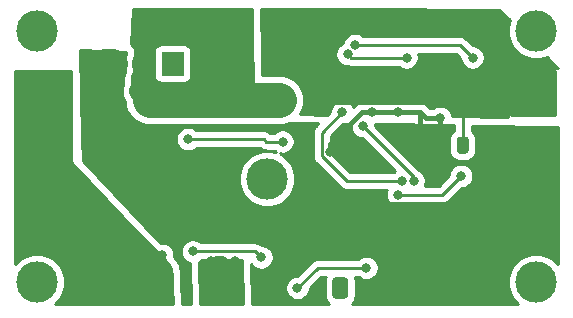
<source format=gbr>
%TF.GenerationSoftware,KiCad,Pcbnew,(5.1.9-0-10_14)*%
%TF.CreationDate,2021-03-17T00:33:25+08:00*%
%TF.ProjectId,xhp70-driver,78687037-302d-4647-9269-7665722e6b69,rev?*%
%TF.SameCoordinates,Original*%
%TF.FileFunction,Copper,L2,Bot*%
%TF.FilePolarity,Positive*%
%FSLAX46Y46*%
G04 Gerber Fmt 4.6, Leading zero omitted, Abs format (unit mm)*
G04 Created by KiCad (PCBNEW (5.1.9-0-10_14)) date 2021-03-17 00:33:25*
%MOMM*%
%LPD*%
G01*
G04 APERTURE LIST*
%TA.AperFunction,ComponentPad*%
%ADD10C,3.500000*%
%TD*%
%TA.AperFunction,ComponentPad*%
%ADD11O,1.905000X2.000000*%
%TD*%
%TA.AperFunction,ComponentPad*%
%ADD12R,1.905000X2.000000*%
%TD*%
%TA.AperFunction,ComponentPad*%
%ADD13O,2.000000X2.000000*%
%TD*%
%TA.AperFunction,ComponentPad*%
%ADD14R,2.000000X2.000000*%
%TD*%
%TA.AperFunction,ViaPad*%
%ADD15C,0.800000*%
%TD*%
%TA.AperFunction,Conductor*%
%ADD16C,2.000000*%
%TD*%
%TA.AperFunction,Conductor*%
%ADD17C,3.000000*%
%TD*%
%TA.AperFunction,Conductor*%
%ADD18C,0.400000*%
%TD*%
%TA.AperFunction,Conductor*%
%ADD19C,2.500000*%
%TD*%
%TA.AperFunction,Conductor*%
%ADD20C,4.000000*%
%TD*%
%TA.AperFunction,Conductor*%
%ADD21C,0.250000*%
%TD*%
%TA.AperFunction,Conductor*%
%ADD22C,0.254000*%
%TD*%
%TA.AperFunction,Conductor*%
%ADD23C,0.100000*%
%TD*%
G04 APERTURE END LIST*
%TO.P,C7,2*%
%TO.N,GND*%
%TA.AperFunction,SMDPad,CuDef*%
G36*
G01*
X149150000Y-62425000D02*
X149150000Y-63375000D01*
G75*
G02*
X148900000Y-63625000I-250000J0D01*
G01*
X148400000Y-63625000D01*
G75*
G02*
X148150000Y-63375000I0J250000D01*
G01*
X148150000Y-62425000D01*
G75*
G02*
X148400000Y-62175000I250000J0D01*
G01*
X148900000Y-62175000D01*
G75*
G02*
X149150000Y-62425000I0J-250000D01*
G01*
G37*
%TD.AperFunction*%
%TO.P,C7,1*%
%TO.N,Batt+*%
%TA.AperFunction,SMDPad,CuDef*%
G36*
G01*
X151050000Y-62425000D02*
X151050000Y-63375000D01*
G75*
G02*
X150800000Y-63625000I-250000J0D01*
G01*
X150300000Y-63625000D01*
G75*
G02*
X150050000Y-63375000I0J250000D01*
G01*
X150050000Y-62425000D01*
G75*
G02*
X150300000Y-62175000I250000J0D01*
G01*
X150800000Y-62175000D01*
G75*
G02*
X151050000Y-62425000I0J-250000D01*
G01*
G37*
%TD.AperFunction*%
%TD*%
D10*
%TO.P,H3,1*%
%TO.N,N/C*%
X156750000Y-74500000D03*
%TD*%
D11*
%TO.P,Q1,3*%
%TO.N,GND*%
X120920000Y-56000000D03*
%TO.P,Q1,2*%
%TO.N,Net-(D1-Pad2)*%
X123460000Y-56000000D03*
D12*
%TO.P,Q1,1*%
%TO.N,Net-(Q1-Pad1)*%
X126000000Y-56000000D03*
%TD*%
D13*
%TO.P,D1,2*%
%TO.N,Net-(D1-Pad2)*%
X135000000Y-59080000D03*
D14*
%TO.P,D1,1*%
%TO.N,Batt+*%
X135000000Y-54000000D03*
%TD*%
%TO.P,R2,2*%
%TO.N,Net-(C3-Pad2)*%
%TA.AperFunction,SMDPad,CuDef*%
G36*
G01*
X124687500Y-72574999D02*
X124687500Y-75425001D01*
G75*
G02*
X124437501Y-75675000I-249999J0D01*
G01*
X123712499Y-75675000D01*
G75*
G02*
X123462500Y-75425001I0J249999D01*
G01*
X123462500Y-72574999D01*
G75*
G02*
X123712499Y-72325000I249999J0D01*
G01*
X124437501Y-72325000D01*
G75*
G02*
X124687500Y-72574999I0J-249999D01*
G01*
G37*
%TD.AperFunction*%
%TO.P,R2,1*%
%TO.N,Batt+*%
%TA.AperFunction,SMDPad,CuDef*%
G36*
G01*
X130612500Y-72574999D02*
X130612500Y-75425001D01*
G75*
G02*
X130362501Y-75675000I-249999J0D01*
G01*
X129637499Y-75675000D01*
G75*
G02*
X129387500Y-75425001I0J249999D01*
G01*
X129387500Y-72574999D01*
G75*
G02*
X129637499Y-72325000I249999J0D01*
G01*
X130362501Y-72325000D01*
G75*
G02*
X130612500Y-72574999I0J-249999D01*
G01*
G37*
%TD.AperFunction*%
%TD*%
%TO.P,C1,2*%
%TO.N,GND*%
%TA.AperFunction,SMDPad,CuDef*%
G36*
G01*
X142650000Y-75650003D02*
X142650000Y-74349997D01*
G75*
G02*
X142899997Y-74100000I249997J0D01*
G01*
X143725003Y-74100000D01*
G75*
G02*
X143975000Y-74349997I0J-249997D01*
G01*
X143975000Y-75650003D01*
G75*
G02*
X143725003Y-75900000I-249997J0D01*
G01*
X142899997Y-75900000D01*
G75*
G02*
X142650000Y-75650003I0J249997D01*
G01*
G37*
%TD.AperFunction*%
%TO.P,C1,1*%
%TO.N,Batt+*%
%TA.AperFunction,SMDPad,CuDef*%
G36*
G01*
X139525000Y-75650003D02*
X139525000Y-74349997D01*
G75*
G02*
X139774997Y-74100000I249997J0D01*
G01*
X140600003Y-74100000D01*
G75*
G02*
X140850000Y-74349997I0J-249997D01*
G01*
X140850000Y-75650003D01*
G75*
G02*
X140600003Y-75900000I-249997J0D01*
G01*
X139774997Y-75900000D01*
G75*
G02*
X139525000Y-75650003I0J249997D01*
G01*
G37*
%TD.AperFunction*%
%TD*%
D10*
%TO.P,H1,1*%
%TO.N,N/C*%
X114500000Y-53250000D03*
%TD*%
%TO.P,H5,1*%
%TO.N,N/C*%
X134000000Y-65750000D03*
%TD*%
%TO.P,H4,1*%
%TO.N,N/C*%
X156750000Y-53250000D03*
%TD*%
%TO.P,H2,1*%
%TO.N,N/C*%
X114500000Y-74500000D03*
%TD*%
D15*
%TO.N,GND*%
X137000000Y-72700000D03*
X158000000Y-63500000D03*
X157000000Y-63500000D03*
X156000000Y-63500000D03*
X155000000Y-63500000D03*
X155000000Y-64500000D03*
X156000000Y-64500000D03*
X157000000Y-64500000D03*
X158000000Y-64500000D03*
X156000000Y-66500000D03*
X157000000Y-66500000D03*
X158000000Y-66500000D03*
X155000000Y-66500000D03*
X155000000Y-65500000D03*
X156000000Y-65500000D03*
X158000000Y-65500000D03*
X157000000Y-65500000D03*
X147750000Y-72425000D03*
X140900000Y-68000000D03*
X141700000Y-68000000D03*
X142500000Y-68000000D03*
X143300000Y-68000000D03*
X140900000Y-68800000D03*
X141700000Y-68800000D03*
X142500000Y-68800000D03*
X143300000Y-68800000D03*
X143300000Y-69600000D03*
X142500000Y-69600000D03*
X141700000Y-69600000D03*
X140900000Y-69600000D03*
X140900000Y-70400000D03*
X141700000Y-70400000D03*
X142500000Y-70400000D03*
X143300000Y-70400000D03*
X139350000Y-63500000D03*
X142838803Y-60100000D03*
X146375000Y-63500000D03*
X151000000Y-70500000D03*
X143312500Y-75000000D03*
X148650000Y-60600000D03*
X145050001Y-60100000D03*
%TO.N,Net-(C3-Pad2)*%
X122700000Y-72200000D03*
X123500000Y-72200000D03*
X124300000Y-72200000D03*
X125100000Y-72200000D03*
X124700000Y-72900000D03*
X123900000Y-72900000D03*
X123100000Y-72900000D03*
X125100000Y-73600000D03*
X122700000Y-73600000D03*
X124300000Y-73600000D03*
X123500000Y-73600000D03*
X123900000Y-74300000D03*
X123100000Y-74300000D03*
X124700000Y-74300000D03*
X125100000Y-75000000D03*
X123900000Y-75700000D03*
X123100000Y-75700000D03*
X124700000Y-75700000D03*
X123500000Y-75000000D03*
X124300000Y-75000000D03*
X122700000Y-75000000D03*
X113000000Y-57300000D03*
X142400000Y-73300000D03*
X136562500Y-75000000D03*
X136562500Y-75000000D03*
X113800000Y-57300000D03*
X114600000Y-57300000D03*
X115400000Y-57300000D03*
X116200000Y-57300000D03*
X116600000Y-58000000D03*
X115000000Y-58000000D03*
X114200000Y-58000000D03*
X115800000Y-58000000D03*
X113400000Y-58000000D03*
X117000000Y-57300000D03*
X116200000Y-58700000D03*
X116600000Y-59400000D03*
X114200000Y-59400000D03*
X114600000Y-58700000D03*
X115000000Y-59400000D03*
X113400000Y-59400000D03*
X115800000Y-59400000D03*
X117000000Y-58700000D03*
X113800000Y-58700000D03*
X115400000Y-58700000D03*
X113000000Y-58700000D03*
X115800000Y-60800000D03*
X113000000Y-60100000D03*
X115400000Y-60100000D03*
X114200000Y-60800000D03*
X116600000Y-60800000D03*
X115000000Y-60800000D03*
X113800000Y-60100000D03*
X117000000Y-60100000D03*
X116200000Y-60100000D03*
X114600000Y-60100000D03*
X113400000Y-60800000D03*
X120300000Y-72200000D03*
X121100000Y-72200000D03*
X121900000Y-72200000D03*
X122300000Y-72900000D03*
X121500000Y-72900000D03*
X120700000Y-72900000D03*
X120300000Y-73600000D03*
X121900000Y-73600000D03*
X121100000Y-73600000D03*
X119500000Y-72200000D03*
X118300000Y-72900000D03*
X118700000Y-73600000D03*
X117900000Y-73600000D03*
X118700000Y-72200000D03*
X119100000Y-72900000D03*
X117900000Y-72200000D03*
X119500000Y-73600000D03*
X119900000Y-72900000D03*
X121500000Y-74300000D03*
X120700000Y-74300000D03*
X122300000Y-74300000D03*
X121500000Y-75700000D03*
X120700000Y-75700000D03*
X122300000Y-75700000D03*
X121100000Y-75000000D03*
X121900000Y-75000000D03*
X120300000Y-75000000D03*
X118300000Y-75700000D03*
X119500000Y-75000000D03*
X119100000Y-74300000D03*
X117900000Y-75000000D03*
X118300000Y-74300000D03*
X119100000Y-75700000D03*
X118700000Y-75000000D03*
X119900000Y-75700000D03*
X119900000Y-74300000D03*
%TO.N,Net-(D1-Pad2)*%
X123450000Y-57950000D03*
X124300000Y-57950000D03*
X125150000Y-57950000D03*
X126000000Y-57950000D03*
X124700000Y-58650000D03*
X123850000Y-58650000D03*
X126400000Y-58650000D03*
X125550000Y-58650000D03*
X124300000Y-59350000D03*
X126000000Y-59350000D03*
X125150000Y-59350000D03*
X125550000Y-60050000D03*
X126400000Y-60050000D03*
X126800000Y-59350000D03*
X127200000Y-60050000D03*
X127200000Y-58650000D03*
X126800000Y-57950000D03*
X124700000Y-60100000D03*
X122950000Y-58650000D03*
X123800000Y-60100000D03*
X123400000Y-59350000D03*
%TO.N,Net-(Q1-Pad1)*%
X127300000Y-62400000D03*
X135300000Y-62600000D03*
%TO.N,Batt+*%
X158000000Y-59000000D03*
X158000000Y-60000000D03*
X157000000Y-60000000D03*
X157000000Y-59000000D03*
X156000000Y-59000000D03*
X156000000Y-60000000D03*
X155000000Y-60000000D03*
X155000000Y-59000000D03*
X155000000Y-58000000D03*
X156000000Y-58000000D03*
X157000000Y-58000000D03*
X158000000Y-58000000D03*
X158000000Y-57000000D03*
X157000000Y-57000000D03*
X156000000Y-57000000D03*
X155000000Y-57000000D03*
X129250000Y-72750000D03*
X130250000Y-72750000D03*
X131250000Y-72750000D03*
X130750000Y-73500000D03*
X129750000Y-73500000D03*
X128750000Y-73500000D03*
X131250000Y-74250000D03*
X129250000Y-74250000D03*
X130250000Y-74250000D03*
X129250000Y-75750000D03*
X130250000Y-75750000D03*
X131250000Y-75750000D03*
X130750000Y-75000000D03*
X128750000Y-75000000D03*
X129750000Y-75000000D03*
X144000000Y-58000000D03*
X140193750Y-74993750D03*
X146000000Y-58000000D03*
%TO.N,PWM*%
X142100000Y-61300000D03*
X146387347Y-65912653D03*
%TO.N,Net-(C3-Pad1)*%
X133500000Y-72400000D03*
X127700000Y-71900000D03*
%TO.N,+5V*%
X145800000Y-55500000D03*
X140800000Y-55200000D03*
X145068094Y-67100001D03*
X150425000Y-65500000D03*
%TO.N,NTC*%
X145388060Y-65950451D03*
X140365000Y-60100000D03*
%TO.N,EC_B*%
X141440186Y-54431777D03*
X151400000Y-55500000D03*
%TD*%
D16*
%TO.N,GND*%
X129662002Y-69200001D02*
X120147489Y-59685488D01*
D17*
X155000000Y-64500000D02*
X150299999Y-69200001D01*
D18*
X137000000Y-69700002D02*
X137500001Y-69200001D01*
X137000000Y-72700000D02*
X137000000Y-69700002D01*
D16*
X137500001Y-69200001D02*
X129662002Y-69200001D01*
D18*
X145175000Y-75000000D02*
X147750000Y-72425000D01*
X143312500Y-75000000D02*
X143312500Y-75000000D01*
X147750000Y-70550000D02*
X149099999Y-69200001D01*
X147750000Y-72425000D02*
X147750000Y-70550000D01*
D17*
X150299999Y-69200001D02*
X149099999Y-69200001D01*
X149099999Y-69200001D02*
X145300001Y-69200001D01*
X145300001Y-69200001D02*
X137500001Y-69200001D01*
D18*
X139350000Y-62775000D02*
X142025000Y-60100000D01*
X142025000Y-60100000D02*
X142838803Y-60100000D01*
X139350000Y-63500000D02*
X139350000Y-62775000D01*
X142838803Y-60100000D02*
X146950000Y-60100000D01*
X146950000Y-62925000D02*
X146375000Y-63500000D01*
X146950000Y-60100000D02*
X146950000Y-62925000D01*
D19*
X120920000Y-56000000D02*
X120250000Y-56000000D01*
X120147489Y-56102511D02*
X120147489Y-59685488D01*
X120250000Y-56000000D02*
X120147489Y-56102511D01*
D18*
X143312500Y-75000000D02*
X145175000Y-75000000D01*
X147450000Y-60600000D02*
X146950000Y-60100000D01*
X148650000Y-60600000D02*
X147450000Y-60600000D01*
X148650000Y-62900000D02*
X148650000Y-60600000D01*
X146950000Y-60100000D02*
X145050001Y-60100000D01*
D20*
%TO.N,Net-(C3-Pad2)*%
X115000000Y-64925000D02*
X115000000Y-59000000D01*
X124075000Y-74000000D02*
X115000000Y-64925000D01*
D21*
X138262500Y-73300000D02*
X136562500Y-75000000D01*
X142400000Y-73300000D02*
X138262500Y-73300000D01*
D16*
%TO.N,Net-(D1-Pad2)*%
X123450000Y-57260608D02*
X123450000Y-57381824D01*
X123450000Y-58360001D02*
X123450000Y-57950000D01*
X124067498Y-59080000D02*
X123347499Y-58360001D01*
D17*
X135000000Y-59080000D02*
X124067498Y-59080000D01*
D16*
X123450000Y-57950000D02*
X123450000Y-57250000D01*
D21*
%TO.N,Net-(Q1-Pad1)*%
X133921002Y-62600000D02*
X135300000Y-62600000D01*
X133721002Y-62400000D02*
X133921002Y-62600000D01*
X127300000Y-62400000D02*
X133721002Y-62400000D01*
D17*
%TO.N,Batt+*%
X139000000Y-58000000D02*
X135000000Y-54000000D01*
X144000000Y-58000000D02*
X139000000Y-58000000D01*
D21*
X150550000Y-59850000D02*
X152400000Y-58000000D01*
D17*
X152400000Y-58000000D02*
X146000000Y-58000000D01*
X155000000Y-58000000D02*
X152400000Y-58000000D01*
D21*
X150550000Y-62900000D02*
X150550000Y-60250000D01*
X150550000Y-60250000D02*
X150550000Y-59850000D01*
X150550000Y-60600000D02*
X150550000Y-60250000D01*
D17*
X146000000Y-58000000D02*
X144000000Y-58000000D01*
D21*
%TO.N,PWM*%
X146387347Y-65587347D02*
X146387347Y-65912653D01*
X142100000Y-61300000D02*
X146387347Y-65587347D01*
%TO.N,Net-(C3-Pad1)*%
X133000000Y-71900000D02*
X127700000Y-71900000D01*
X133500000Y-72400000D02*
X133000000Y-71900000D01*
%TO.N,+5V*%
X141100000Y-55500000D02*
X140800000Y-55200000D01*
X145800000Y-55500000D02*
X141100000Y-55500000D01*
X148824999Y-67100001D02*
X150425000Y-65500000D01*
X145068094Y-67100001D02*
X148824999Y-67100001D01*
%TO.N,NTC*%
X138624999Y-63848001D02*
X138624999Y-61840001D01*
X140727449Y-65950451D02*
X138624999Y-63848001D01*
X138624999Y-61840001D02*
X140365000Y-60100000D01*
X145388060Y-65950451D02*
X140727449Y-65950451D01*
%TO.N,EC_B*%
X141440186Y-54431777D02*
X150331777Y-54431777D01*
X150331777Y-54431777D02*
X151400000Y-55500000D01*
%TD*%
D22*
%TO.N,Batt+*%
X158373000Y-60373000D02*
X154627000Y-60373000D01*
X154627000Y-56627000D01*
X158373000Y-56627000D01*
X158373000Y-60373000D01*
%TA.AperFunction,Conductor*%
D23*
G36*
X158373000Y-60373000D02*
G01*
X154627000Y-60373000D01*
X154627000Y-56627000D01*
X158373000Y-56627000D01*
X158373000Y-60373000D01*
G37*
%TD.AperFunction*%
%TD*%
D22*
%TO.N,Net-(D1-Pad2)*%
X132810897Y-60219754D02*
X124412133Y-60094221D01*
X122999118Y-58519718D01*
X122840163Y-55000000D01*
X124409428Y-55000000D01*
X124409428Y-57000000D01*
X124421688Y-57124482D01*
X124457998Y-57244180D01*
X124516963Y-57354494D01*
X124596315Y-57451185D01*
X124693006Y-57530537D01*
X124803320Y-57589502D01*
X124923018Y-57625812D01*
X125047500Y-57638072D01*
X126952500Y-57638072D01*
X127076982Y-57625812D01*
X127196680Y-57589502D01*
X127306994Y-57530537D01*
X127403685Y-57451185D01*
X127483037Y-57354494D01*
X127542002Y-57244180D01*
X127578312Y-57124482D01*
X127590572Y-57000000D01*
X127590572Y-55000000D01*
X127578312Y-54875518D01*
X127542002Y-54755820D01*
X127483037Y-54645506D01*
X127403685Y-54548815D01*
X127306994Y-54469463D01*
X127196680Y-54410498D01*
X127076982Y-54374188D01*
X126952500Y-54361928D01*
X125047500Y-54361928D01*
X124923018Y-54374188D01*
X124803320Y-54410498D01*
X124693006Y-54469463D01*
X124596315Y-54548815D01*
X124516963Y-54645506D01*
X124457998Y-54755820D01*
X124421688Y-54875518D01*
X124409428Y-55000000D01*
X122840163Y-55000000D01*
X122834353Y-54871352D01*
X122827986Y-54805881D01*
X122797558Y-54685176D01*
X122744166Y-54572726D01*
X122669862Y-54472853D01*
X122577501Y-54389395D01*
X122474969Y-54328148D01*
X122641193Y-51410000D01*
X132716675Y-51410000D01*
X132810897Y-60219754D01*
%TA.AperFunction,Conductor*%
D23*
G36*
X132810897Y-60219754D02*
G01*
X124412133Y-60094221D01*
X122999118Y-58519718D01*
X122840163Y-55000000D01*
X124409428Y-55000000D01*
X124409428Y-57000000D01*
X124421688Y-57124482D01*
X124457998Y-57244180D01*
X124516963Y-57354494D01*
X124596315Y-57451185D01*
X124693006Y-57530537D01*
X124803320Y-57589502D01*
X124923018Y-57625812D01*
X125047500Y-57638072D01*
X126952500Y-57638072D01*
X127076982Y-57625812D01*
X127196680Y-57589502D01*
X127306994Y-57530537D01*
X127403685Y-57451185D01*
X127483037Y-57354494D01*
X127542002Y-57244180D01*
X127578312Y-57124482D01*
X127590572Y-57000000D01*
X127590572Y-55000000D01*
X127578312Y-54875518D01*
X127542002Y-54755820D01*
X127483037Y-54645506D01*
X127403685Y-54548815D01*
X127306994Y-54469463D01*
X127196680Y-54410498D01*
X127076982Y-54374188D01*
X126952500Y-54361928D01*
X125047500Y-54361928D01*
X124923018Y-54374188D01*
X124803320Y-54410498D01*
X124693006Y-54469463D01*
X124596315Y-54548815D01*
X124516963Y-54645506D01*
X124457998Y-54755820D01*
X124421688Y-54875518D01*
X124409428Y-55000000D01*
X122840163Y-55000000D01*
X122834353Y-54871352D01*
X122827986Y-54805881D01*
X122797558Y-54685176D01*
X122744166Y-54572726D01*
X122669862Y-54472853D01*
X122577501Y-54389395D01*
X122474969Y-54328148D01*
X122641193Y-51410000D01*
X132716675Y-51410000D01*
X132810897Y-60219754D01*
G37*
%TD.AperFunction*%
%TD*%
D22*
%TO.N,GND*%
X122078351Y-55021351D02*
X122084530Y-55158172D01*
X121986245Y-55342051D01*
X121895470Y-55641296D01*
X121872500Y-55874514D01*
X121872500Y-56125485D01*
X121895470Y-56358703D01*
X121959564Y-56569993D01*
X121932148Y-56621285D01*
X121838657Y-56929484D01*
X121815000Y-57169678D01*
X121815000Y-57779572D01*
X121736157Y-58039485D01*
X121704588Y-58360001D01*
X121736157Y-58680517D01*
X121829647Y-58988715D01*
X121932046Y-59180289D01*
X121963390Y-59498533D01*
X122085472Y-59900982D01*
X122283721Y-60271881D01*
X122550521Y-60596977D01*
X122875617Y-60863777D01*
X123246516Y-61062026D01*
X123648965Y-61184108D01*
X123962616Y-61215000D01*
X135104882Y-61215000D01*
X135418533Y-61184108D01*
X135820982Y-61062026D01*
X135885039Y-61027787D01*
X138325929Y-61064270D01*
X138113997Y-61276202D01*
X138084999Y-61300000D01*
X138061201Y-61328998D01*
X138061200Y-61328999D01*
X137990025Y-61415725D01*
X137919453Y-61547755D01*
X137904800Y-61596063D01*
X137875997Y-61691015D01*
X137865651Y-61796063D01*
X137861323Y-61840001D01*
X137865000Y-61877333D01*
X137864999Y-63810678D01*
X137861323Y-63848001D01*
X137864999Y-63885323D01*
X137864999Y-63885333D01*
X137875996Y-63996986D01*
X137911311Y-64113405D01*
X137919453Y-64140247D01*
X137990025Y-64272277D01*
X138029870Y-64320827D01*
X138084998Y-64388002D01*
X138114002Y-64411805D01*
X140163650Y-66461454D01*
X140187448Y-66490452D01*
X140303173Y-66585425D01*
X140435202Y-66655997D01*
X140578463Y-66699454D01*
X140690116Y-66710451D01*
X140690125Y-66710451D01*
X140727448Y-66714127D01*
X140764771Y-66710451D01*
X144109175Y-66710451D01*
X144072868Y-66798103D01*
X144033094Y-66998062D01*
X144033094Y-67201940D01*
X144072868Y-67401899D01*
X144150889Y-67590257D01*
X144264157Y-67759775D01*
X144408320Y-67903938D01*
X144577838Y-68017206D01*
X144766196Y-68095227D01*
X144966155Y-68135001D01*
X145170033Y-68135001D01*
X145369992Y-68095227D01*
X145558350Y-68017206D01*
X145727868Y-67903938D01*
X145771805Y-67860001D01*
X148787677Y-67860001D01*
X148824999Y-67863677D01*
X148862321Y-67860001D01*
X148862332Y-67860001D01*
X148973985Y-67849004D01*
X149117246Y-67805547D01*
X149249275Y-67734975D01*
X149365000Y-67640002D01*
X149388803Y-67610998D01*
X150464802Y-66535000D01*
X150526939Y-66535000D01*
X150726898Y-66495226D01*
X150915256Y-66417205D01*
X151084774Y-66303937D01*
X151228937Y-66159774D01*
X151342205Y-65990256D01*
X151420226Y-65801898D01*
X151460000Y-65601939D01*
X151460000Y-65398061D01*
X151420226Y-65198102D01*
X151342205Y-65009744D01*
X151228937Y-64840226D01*
X151084774Y-64696063D01*
X150915256Y-64582795D01*
X150726898Y-64504774D01*
X150526939Y-64465000D01*
X150323061Y-64465000D01*
X150123102Y-64504774D01*
X149934744Y-64582795D01*
X149765226Y-64696063D01*
X149621063Y-64840226D01*
X149507795Y-65009744D01*
X149429774Y-65198102D01*
X149390000Y-65398061D01*
X149390000Y-65460198D01*
X148510198Y-66340001D01*
X147330610Y-66340001D01*
X147382573Y-66214551D01*
X147422347Y-66014592D01*
X147422347Y-65810714D01*
X147382573Y-65610755D01*
X147304552Y-65422397D01*
X147191284Y-65252879D01*
X147047121Y-65108716D01*
X146877603Y-64995448D01*
X146865051Y-64990249D01*
X143135000Y-61260199D01*
X143135000Y-61198061D01*
X143122648Y-61135965D01*
X149790000Y-61235619D01*
X149790000Y-61700229D01*
X149672038Y-61797038D01*
X149561595Y-61931614D01*
X149479528Y-62085150D01*
X149428992Y-62251746D01*
X149411928Y-62425000D01*
X149411928Y-63375000D01*
X149428992Y-63548254D01*
X149479528Y-63714850D01*
X149561595Y-63868386D01*
X149672038Y-64002962D01*
X149806614Y-64113405D01*
X149960150Y-64195472D01*
X150126746Y-64246008D01*
X150300000Y-64263072D01*
X150800000Y-64263072D01*
X150973254Y-64246008D01*
X151139850Y-64195472D01*
X151293386Y-64113405D01*
X151427962Y-64002962D01*
X151538405Y-63868386D01*
X151620472Y-63714850D01*
X151671008Y-63548254D01*
X151688072Y-63375000D01*
X151688072Y-62425000D01*
X151671008Y-62251746D01*
X151620472Y-62085150D01*
X151538405Y-61931614D01*
X151427962Y-61797038D01*
X151310000Y-61700230D01*
X151310000Y-61258338D01*
X158594764Y-61367221D01*
X158601576Y-72978677D01*
X158270349Y-72647450D01*
X157879721Y-72386440D01*
X157445679Y-72206654D01*
X156984902Y-72115000D01*
X156515098Y-72115000D01*
X156054321Y-72206654D01*
X155620279Y-72386440D01*
X155229651Y-72647450D01*
X154897450Y-72979651D01*
X154636440Y-73370279D01*
X154456654Y-73804321D01*
X154365000Y-74265098D01*
X154365000Y-74734902D01*
X154456654Y-75195679D01*
X154636440Y-75629721D01*
X154897450Y-76020349D01*
X155217100Y-76339999D01*
X141152370Y-76340000D01*
X141227963Y-76277963D01*
X141338405Y-76143388D01*
X141420472Y-75989852D01*
X141471008Y-75823257D01*
X141488072Y-75650003D01*
X141488072Y-74349997D01*
X141471008Y-74176743D01*
X141435594Y-74060000D01*
X141696289Y-74060000D01*
X141740226Y-74103937D01*
X141909744Y-74217205D01*
X142098102Y-74295226D01*
X142298061Y-74335000D01*
X142501939Y-74335000D01*
X142701898Y-74295226D01*
X142890256Y-74217205D01*
X143059774Y-74103937D01*
X143203937Y-73959774D01*
X143317205Y-73790256D01*
X143395226Y-73601898D01*
X143435000Y-73401939D01*
X143435000Y-73198061D01*
X143395226Y-72998102D01*
X143317205Y-72809744D01*
X143203937Y-72640226D01*
X143059774Y-72496063D01*
X142890256Y-72382795D01*
X142701898Y-72304774D01*
X142501939Y-72265000D01*
X142298061Y-72265000D01*
X142098102Y-72304774D01*
X141909744Y-72382795D01*
X141740226Y-72496063D01*
X141696289Y-72540000D01*
X138299822Y-72540000D01*
X138262499Y-72536324D01*
X138225176Y-72540000D01*
X138225167Y-72540000D01*
X138113514Y-72550997D01*
X137970253Y-72594454D01*
X137838223Y-72665026D01*
X137754583Y-72733668D01*
X137722499Y-72759999D01*
X137698701Y-72788997D01*
X136522699Y-73965000D01*
X136460561Y-73965000D01*
X136260602Y-74004774D01*
X136072244Y-74082795D01*
X135902726Y-74196063D01*
X135758563Y-74340226D01*
X135645295Y-74509744D01*
X135567274Y-74698102D01*
X135527500Y-74898061D01*
X135527500Y-75101939D01*
X135567274Y-75301898D01*
X135645295Y-75490256D01*
X135758563Y-75659774D01*
X135902726Y-75803937D01*
X136072244Y-75917205D01*
X136260602Y-75995226D01*
X136460561Y-76035000D01*
X136664439Y-76035000D01*
X136864398Y-75995226D01*
X137052756Y-75917205D01*
X137222274Y-75803937D01*
X137366437Y-75659774D01*
X137479705Y-75490256D01*
X137557726Y-75301898D01*
X137597500Y-75101939D01*
X137597500Y-75039801D01*
X138577302Y-74060000D01*
X138939406Y-74060000D01*
X138903992Y-74176743D01*
X138886928Y-74349997D01*
X138886928Y-75650003D01*
X138903992Y-75823257D01*
X138954528Y-75989852D01*
X139036595Y-76143388D01*
X139147037Y-76277963D01*
X139222630Y-76340000D01*
X132715541Y-76340000D01*
X132647102Y-72986498D01*
X132696063Y-73059774D01*
X132840226Y-73203937D01*
X133009744Y-73317205D01*
X133198102Y-73395226D01*
X133398061Y-73435000D01*
X133601939Y-73435000D01*
X133801898Y-73395226D01*
X133990256Y-73317205D01*
X134159774Y-73203937D01*
X134303937Y-73059774D01*
X134417205Y-72890256D01*
X134495226Y-72701898D01*
X134535000Y-72501939D01*
X134535000Y-72298061D01*
X134495226Y-72098102D01*
X134417205Y-71909744D01*
X134303937Y-71740226D01*
X134159774Y-71596063D01*
X133990256Y-71482795D01*
X133801898Y-71404774D01*
X133601939Y-71365000D01*
X133544105Y-71365000D01*
X133540001Y-71359999D01*
X133424276Y-71265026D01*
X133292247Y-71194454D01*
X133148986Y-71150997D01*
X133037333Y-71140000D01*
X133037322Y-71140000D01*
X133000000Y-71136324D01*
X132962678Y-71140000D01*
X128403711Y-71140000D01*
X128359774Y-71096063D01*
X128190256Y-70982795D01*
X128001898Y-70904774D01*
X127801939Y-70865000D01*
X127598061Y-70865000D01*
X127398102Y-70904774D01*
X127209744Y-70982795D01*
X127040226Y-71096063D01*
X126896063Y-71240226D01*
X126782795Y-71409744D01*
X126704774Y-71598102D01*
X126665000Y-71798061D01*
X126665000Y-72001939D01*
X126704774Y-72201898D01*
X126782795Y-72390256D01*
X126896063Y-72559774D01*
X127040226Y-72703937D01*
X127209744Y-72817205D01*
X127398102Y-72895226D01*
X127474012Y-72910325D01*
X127535256Y-76340000D01*
X126807646Y-76340000D01*
X126693911Y-74292786D01*
X126722748Y-73999999D01*
X126671873Y-73483449D01*
X126643808Y-73390932D01*
X126634022Y-73214777D01*
X126626083Y-73143955D01*
X126593364Y-73023850D01*
X126537843Y-72912436D01*
X126461653Y-72813994D01*
X126386103Y-72734000D01*
X126276522Y-72528989D01*
X126126258Y-72345891D01*
X126135000Y-72301939D01*
X126135000Y-72098061D01*
X126095226Y-71898102D01*
X126017205Y-71709744D01*
X125903937Y-71540226D01*
X125759774Y-71396063D01*
X125590256Y-71282795D01*
X125401898Y-71204774D01*
X125201939Y-71165000D01*
X124998061Y-71165000D01*
X124971697Y-71170244D01*
X123847158Y-70045706D01*
X118476636Y-64359270D01*
X118375990Y-64209739D01*
X118325947Y-62298061D01*
X126265000Y-62298061D01*
X126265000Y-62501939D01*
X126304774Y-62701898D01*
X126382795Y-62890256D01*
X126496063Y-63059774D01*
X126640226Y-63203937D01*
X126809744Y-63317205D01*
X126998102Y-63395226D01*
X127198061Y-63435000D01*
X127401939Y-63435000D01*
X127601898Y-63395226D01*
X127790256Y-63317205D01*
X127959774Y-63203937D01*
X128003711Y-63160000D01*
X133405370Y-63160000D01*
X133496726Y-63234974D01*
X133628755Y-63305546D01*
X133772016Y-63349003D01*
X133883669Y-63360000D01*
X133883677Y-63360000D01*
X133921002Y-63363676D01*
X133958327Y-63360000D01*
X134596289Y-63360000D01*
X134640226Y-63403937D01*
X134757359Y-63482203D01*
X134695679Y-63456654D01*
X134234902Y-63365000D01*
X133765098Y-63365000D01*
X133304321Y-63456654D01*
X132870279Y-63636440D01*
X132479651Y-63897450D01*
X132147450Y-64229651D01*
X131886440Y-64620279D01*
X131706654Y-65054321D01*
X131615000Y-65515098D01*
X131615000Y-65984902D01*
X131706654Y-66445679D01*
X131886440Y-66879721D01*
X132147450Y-67270349D01*
X132479651Y-67602550D01*
X132870279Y-67863560D01*
X133304321Y-68043346D01*
X133765098Y-68135000D01*
X134234902Y-68135000D01*
X134695679Y-68043346D01*
X135129721Y-67863560D01*
X135520349Y-67602550D01*
X135852550Y-67270349D01*
X136113560Y-66879721D01*
X136293346Y-66445679D01*
X136385000Y-65984902D01*
X136385000Y-65515098D01*
X136293346Y-65054321D01*
X136113560Y-64620279D01*
X135852550Y-64229651D01*
X135520349Y-63897450D01*
X135129721Y-63636440D01*
X135059896Y-63607517D01*
X135198061Y-63635000D01*
X135401939Y-63635000D01*
X135601898Y-63595226D01*
X135790256Y-63517205D01*
X135959774Y-63403937D01*
X136103937Y-63259774D01*
X136217205Y-63090256D01*
X136295226Y-62901898D01*
X136335000Y-62701939D01*
X136335000Y-62498061D01*
X136295226Y-62298102D01*
X136217205Y-62109744D01*
X136103937Y-61940226D01*
X135959774Y-61796063D01*
X135790256Y-61682795D01*
X135601898Y-61604774D01*
X135401939Y-61565000D01*
X135198061Y-61565000D01*
X134998102Y-61604774D01*
X134809744Y-61682795D01*
X134640226Y-61796063D01*
X134596289Y-61840000D01*
X134236634Y-61840000D01*
X134145278Y-61765026D01*
X134013249Y-61694454D01*
X133869988Y-61650997D01*
X133758335Y-61640000D01*
X133758324Y-61640000D01*
X133721002Y-61636324D01*
X133683680Y-61640000D01*
X128003711Y-61640000D01*
X127959774Y-61596063D01*
X127790256Y-61482795D01*
X127601898Y-61404774D01*
X127401939Y-61365000D01*
X127198061Y-61365000D01*
X126998102Y-61404774D01*
X126809744Y-61482795D01*
X126640226Y-61596063D01*
X126496063Y-61740226D01*
X126382795Y-61909744D01*
X126304774Y-62098102D01*
X126265000Y-62298061D01*
X118325947Y-62298061D01*
X118130535Y-54833360D01*
X122078351Y-55021351D01*
%TA.AperFunction,Conductor*%
D23*
G36*
X122078351Y-55021351D02*
G01*
X122084530Y-55158172D01*
X121986245Y-55342051D01*
X121895470Y-55641296D01*
X121872500Y-55874514D01*
X121872500Y-56125485D01*
X121895470Y-56358703D01*
X121959564Y-56569993D01*
X121932148Y-56621285D01*
X121838657Y-56929484D01*
X121815000Y-57169678D01*
X121815000Y-57779572D01*
X121736157Y-58039485D01*
X121704588Y-58360001D01*
X121736157Y-58680517D01*
X121829647Y-58988715D01*
X121932046Y-59180289D01*
X121963390Y-59498533D01*
X122085472Y-59900982D01*
X122283721Y-60271881D01*
X122550521Y-60596977D01*
X122875617Y-60863777D01*
X123246516Y-61062026D01*
X123648965Y-61184108D01*
X123962616Y-61215000D01*
X135104882Y-61215000D01*
X135418533Y-61184108D01*
X135820982Y-61062026D01*
X135885039Y-61027787D01*
X138325929Y-61064270D01*
X138113997Y-61276202D01*
X138084999Y-61300000D01*
X138061201Y-61328998D01*
X138061200Y-61328999D01*
X137990025Y-61415725D01*
X137919453Y-61547755D01*
X137904800Y-61596063D01*
X137875997Y-61691015D01*
X137865651Y-61796063D01*
X137861323Y-61840001D01*
X137865000Y-61877333D01*
X137864999Y-63810678D01*
X137861323Y-63848001D01*
X137864999Y-63885323D01*
X137864999Y-63885333D01*
X137875996Y-63996986D01*
X137911311Y-64113405D01*
X137919453Y-64140247D01*
X137990025Y-64272277D01*
X138029870Y-64320827D01*
X138084998Y-64388002D01*
X138114002Y-64411805D01*
X140163650Y-66461454D01*
X140187448Y-66490452D01*
X140303173Y-66585425D01*
X140435202Y-66655997D01*
X140578463Y-66699454D01*
X140690116Y-66710451D01*
X140690125Y-66710451D01*
X140727448Y-66714127D01*
X140764771Y-66710451D01*
X144109175Y-66710451D01*
X144072868Y-66798103D01*
X144033094Y-66998062D01*
X144033094Y-67201940D01*
X144072868Y-67401899D01*
X144150889Y-67590257D01*
X144264157Y-67759775D01*
X144408320Y-67903938D01*
X144577838Y-68017206D01*
X144766196Y-68095227D01*
X144966155Y-68135001D01*
X145170033Y-68135001D01*
X145369992Y-68095227D01*
X145558350Y-68017206D01*
X145727868Y-67903938D01*
X145771805Y-67860001D01*
X148787677Y-67860001D01*
X148824999Y-67863677D01*
X148862321Y-67860001D01*
X148862332Y-67860001D01*
X148973985Y-67849004D01*
X149117246Y-67805547D01*
X149249275Y-67734975D01*
X149365000Y-67640002D01*
X149388803Y-67610998D01*
X150464802Y-66535000D01*
X150526939Y-66535000D01*
X150726898Y-66495226D01*
X150915256Y-66417205D01*
X151084774Y-66303937D01*
X151228937Y-66159774D01*
X151342205Y-65990256D01*
X151420226Y-65801898D01*
X151460000Y-65601939D01*
X151460000Y-65398061D01*
X151420226Y-65198102D01*
X151342205Y-65009744D01*
X151228937Y-64840226D01*
X151084774Y-64696063D01*
X150915256Y-64582795D01*
X150726898Y-64504774D01*
X150526939Y-64465000D01*
X150323061Y-64465000D01*
X150123102Y-64504774D01*
X149934744Y-64582795D01*
X149765226Y-64696063D01*
X149621063Y-64840226D01*
X149507795Y-65009744D01*
X149429774Y-65198102D01*
X149390000Y-65398061D01*
X149390000Y-65460198D01*
X148510198Y-66340001D01*
X147330610Y-66340001D01*
X147382573Y-66214551D01*
X147422347Y-66014592D01*
X147422347Y-65810714D01*
X147382573Y-65610755D01*
X147304552Y-65422397D01*
X147191284Y-65252879D01*
X147047121Y-65108716D01*
X146877603Y-64995448D01*
X146865051Y-64990249D01*
X143135000Y-61260199D01*
X143135000Y-61198061D01*
X143122648Y-61135965D01*
X149790000Y-61235619D01*
X149790000Y-61700229D01*
X149672038Y-61797038D01*
X149561595Y-61931614D01*
X149479528Y-62085150D01*
X149428992Y-62251746D01*
X149411928Y-62425000D01*
X149411928Y-63375000D01*
X149428992Y-63548254D01*
X149479528Y-63714850D01*
X149561595Y-63868386D01*
X149672038Y-64002962D01*
X149806614Y-64113405D01*
X149960150Y-64195472D01*
X150126746Y-64246008D01*
X150300000Y-64263072D01*
X150800000Y-64263072D01*
X150973254Y-64246008D01*
X151139850Y-64195472D01*
X151293386Y-64113405D01*
X151427962Y-64002962D01*
X151538405Y-63868386D01*
X151620472Y-63714850D01*
X151671008Y-63548254D01*
X151688072Y-63375000D01*
X151688072Y-62425000D01*
X151671008Y-62251746D01*
X151620472Y-62085150D01*
X151538405Y-61931614D01*
X151427962Y-61797038D01*
X151310000Y-61700230D01*
X151310000Y-61258338D01*
X158594764Y-61367221D01*
X158601576Y-72978677D01*
X158270349Y-72647450D01*
X157879721Y-72386440D01*
X157445679Y-72206654D01*
X156984902Y-72115000D01*
X156515098Y-72115000D01*
X156054321Y-72206654D01*
X155620279Y-72386440D01*
X155229651Y-72647450D01*
X154897450Y-72979651D01*
X154636440Y-73370279D01*
X154456654Y-73804321D01*
X154365000Y-74265098D01*
X154365000Y-74734902D01*
X154456654Y-75195679D01*
X154636440Y-75629721D01*
X154897450Y-76020349D01*
X155217100Y-76339999D01*
X141152370Y-76340000D01*
X141227963Y-76277963D01*
X141338405Y-76143388D01*
X141420472Y-75989852D01*
X141471008Y-75823257D01*
X141488072Y-75650003D01*
X141488072Y-74349997D01*
X141471008Y-74176743D01*
X141435594Y-74060000D01*
X141696289Y-74060000D01*
X141740226Y-74103937D01*
X141909744Y-74217205D01*
X142098102Y-74295226D01*
X142298061Y-74335000D01*
X142501939Y-74335000D01*
X142701898Y-74295226D01*
X142890256Y-74217205D01*
X143059774Y-74103937D01*
X143203937Y-73959774D01*
X143317205Y-73790256D01*
X143395226Y-73601898D01*
X143435000Y-73401939D01*
X143435000Y-73198061D01*
X143395226Y-72998102D01*
X143317205Y-72809744D01*
X143203937Y-72640226D01*
X143059774Y-72496063D01*
X142890256Y-72382795D01*
X142701898Y-72304774D01*
X142501939Y-72265000D01*
X142298061Y-72265000D01*
X142098102Y-72304774D01*
X141909744Y-72382795D01*
X141740226Y-72496063D01*
X141696289Y-72540000D01*
X138299822Y-72540000D01*
X138262499Y-72536324D01*
X138225176Y-72540000D01*
X138225167Y-72540000D01*
X138113514Y-72550997D01*
X137970253Y-72594454D01*
X137838223Y-72665026D01*
X137754583Y-72733668D01*
X137722499Y-72759999D01*
X137698701Y-72788997D01*
X136522699Y-73965000D01*
X136460561Y-73965000D01*
X136260602Y-74004774D01*
X136072244Y-74082795D01*
X135902726Y-74196063D01*
X135758563Y-74340226D01*
X135645295Y-74509744D01*
X135567274Y-74698102D01*
X135527500Y-74898061D01*
X135527500Y-75101939D01*
X135567274Y-75301898D01*
X135645295Y-75490256D01*
X135758563Y-75659774D01*
X135902726Y-75803937D01*
X136072244Y-75917205D01*
X136260602Y-75995226D01*
X136460561Y-76035000D01*
X136664439Y-76035000D01*
X136864398Y-75995226D01*
X137052756Y-75917205D01*
X137222274Y-75803937D01*
X137366437Y-75659774D01*
X137479705Y-75490256D01*
X137557726Y-75301898D01*
X137597500Y-75101939D01*
X137597500Y-75039801D01*
X138577302Y-74060000D01*
X138939406Y-74060000D01*
X138903992Y-74176743D01*
X138886928Y-74349997D01*
X138886928Y-75650003D01*
X138903992Y-75823257D01*
X138954528Y-75989852D01*
X139036595Y-76143388D01*
X139147037Y-76277963D01*
X139222630Y-76340000D01*
X132715541Y-76340000D01*
X132647102Y-72986498D01*
X132696063Y-73059774D01*
X132840226Y-73203937D01*
X133009744Y-73317205D01*
X133198102Y-73395226D01*
X133398061Y-73435000D01*
X133601939Y-73435000D01*
X133801898Y-73395226D01*
X133990256Y-73317205D01*
X134159774Y-73203937D01*
X134303937Y-73059774D01*
X134417205Y-72890256D01*
X134495226Y-72701898D01*
X134535000Y-72501939D01*
X134535000Y-72298061D01*
X134495226Y-72098102D01*
X134417205Y-71909744D01*
X134303937Y-71740226D01*
X134159774Y-71596063D01*
X133990256Y-71482795D01*
X133801898Y-71404774D01*
X133601939Y-71365000D01*
X133544105Y-71365000D01*
X133540001Y-71359999D01*
X133424276Y-71265026D01*
X133292247Y-71194454D01*
X133148986Y-71150997D01*
X133037333Y-71140000D01*
X133037322Y-71140000D01*
X133000000Y-71136324D01*
X132962678Y-71140000D01*
X128403711Y-71140000D01*
X128359774Y-71096063D01*
X128190256Y-70982795D01*
X128001898Y-70904774D01*
X127801939Y-70865000D01*
X127598061Y-70865000D01*
X127398102Y-70904774D01*
X127209744Y-70982795D01*
X127040226Y-71096063D01*
X126896063Y-71240226D01*
X126782795Y-71409744D01*
X126704774Y-71598102D01*
X126665000Y-71798061D01*
X126665000Y-72001939D01*
X126704774Y-72201898D01*
X126782795Y-72390256D01*
X126896063Y-72559774D01*
X127040226Y-72703937D01*
X127209744Y-72817205D01*
X127398102Y-72895226D01*
X127474012Y-72910325D01*
X127535256Y-76340000D01*
X126807646Y-76340000D01*
X126693911Y-74292786D01*
X126722748Y-73999999D01*
X126671873Y-73483449D01*
X126643808Y-73390932D01*
X126634022Y-73214777D01*
X126626083Y-73143955D01*
X126593364Y-73023850D01*
X126537843Y-72912436D01*
X126461653Y-72813994D01*
X126386103Y-72734000D01*
X126276522Y-72528989D01*
X126126258Y-72345891D01*
X126135000Y-72301939D01*
X126135000Y-72098061D01*
X126095226Y-71898102D01*
X126017205Y-71709744D01*
X125903937Y-71540226D01*
X125759774Y-71396063D01*
X125590256Y-71282795D01*
X125401898Y-71204774D01*
X125201939Y-71165000D01*
X124998061Y-71165000D01*
X124971697Y-71170244D01*
X123847158Y-70045706D01*
X118476636Y-64359270D01*
X118375990Y-64209739D01*
X118325947Y-62298061D01*
X126265000Y-62298061D01*
X126265000Y-62501939D01*
X126304774Y-62701898D01*
X126382795Y-62890256D01*
X126496063Y-63059774D01*
X126640226Y-63203937D01*
X126809744Y-63317205D01*
X126998102Y-63395226D01*
X127198061Y-63435000D01*
X127401939Y-63435000D01*
X127601898Y-63395226D01*
X127790256Y-63317205D01*
X127959774Y-63203937D01*
X128003711Y-63160000D01*
X133405370Y-63160000D01*
X133496726Y-63234974D01*
X133628755Y-63305546D01*
X133772016Y-63349003D01*
X133883669Y-63360000D01*
X133883677Y-63360000D01*
X133921002Y-63363676D01*
X133958327Y-63360000D01*
X134596289Y-63360000D01*
X134640226Y-63403937D01*
X134757359Y-63482203D01*
X134695679Y-63456654D01*
X134234902Y-63365000D01*
X133765098Y-63365000D01*
X133304321Y-63456654D01*
X132870279Y-63636440D01*
X132479651Y-63897450D01*
X132147450Y-64229651D01*
X131886440Y-64620279D01*
X131706654Y-65054321D01*
X131615000Y-65515098D01*
X131615000Y-65984902D01*
X131706654Y-66445679D01*
X131886440Y-66879721D01*
X132147450Y-67270349D01*
X132479651Y-67602550D01*
X132870279Y-67863560D01*
X133304321Y-68043346D01*
X133765098Y-68135000D01*
X134234902Y-68135000D01*
X134695679Y-68043346D01*
X135129721Y-67863560D01*
X135520349Y-67602550D01*
X135852550Y-67270349D01*
X136113560Y-66879721D01*
X136293346Y-66445679D01*
X136385000Y-65984902D01*
X136385000Y-65515098D01*
X136293346Y-65054321D01*
X136113560Y-64620279D01*
X135852550Y-64229651D01*
X135520349Y-63897450D01*
X135129721Y-63636440D01*
X135059896Y-63607517D01*
X135198061Y-63635000D01*
X135401939Y-63635000D01*
X135601898Y-63595226D01*
X135790256Y-63517205D01*
X135959774Y-63403937D01*
X136103937Y-63259774D01*
X136217205Y-63090256D01*
X136295226Y-62901898D01*
X136335000Y-62701939D01*
X136335000Y-62498061D01*
X136295226Y-62298102D01*
X136217205Y-62109744D01*
X136103937Y-61940226D01*
X135959774Y-61796063D01*
X135790256Y-61682795D01*
X135601898Y-61604774D01*
X135401939Y-61565000D01*
X135198061Y-61565000D01*
X134998102Y-61604774D01*
X134809744Y-61682795D01*
X134640226Y-61796063D01*
X134596289Y-61840000D01*
X134236634Y-61840000D01*
X134145278Y-61765026D01*
X134013249Y-61694454D01*
X133869988Y-61650997D01*
X133758335Y-61640000D01*
X133758324Y-61640000D01*
X133721002Y-61636324D01*
X133683680Y-61640000D01*
X128003711Y-61640000D01*
X127959774Y-61596063D01*
X127790256Y-61482795D01*
X127601898Y-61404774D01*
X127401939Y-61365000D01*
X127198061Y-61365000D01*
X126998102Y-61404774D01*
X126809744Y-61482795D01*
X126640226Y-61596063D01*
X126496063Y-61740226D01*
X126382795Y-61909744D01*
X126304774Y-62098102D01*
X126265000Y-62298061D01*
X118325947Y-62298061D01*
X118130535Y-54833360D01*
X122078351Y-55021351D01*
G37*
%TD.AperFunction*%
D22*
X141083414Y-61105485D02*
X141065000Y-61198061D01*
X141065000Y-61401939D01*
X141104774Y-61601898D01*
X141182795Y-61790256D01*
X141296063Y-61959774D01*
X141440226Y-62103937D01*
X141609744Y-62217205D01*
X141798102Y-62295226D01*
X141998061Y-62335000D01*
X142060199Y-62335000D01*
X144814264Y-65089066D01*
X144728286Y-65146514D01*
X144684349Y-65190451D01*
X141042251Y-65190451D01*
X139384999Y-63533200D01*
X139384999Y-62154802D01*
X140404802Y-61135000D01*
X140466939Y-61135000D01*
X140648036Y-61098978D01*
X141083414Y-61105485D01*
%TA.AperFunction,Conductor*%
D23*
G36*
X141083414Y-61105485D02*
G01*
X141065000Y-61198061D01*
X141065000Y-61401939D01*
X141104774Y-61601898D01*
X141182795Y-61790256D01*
X141296063Y-61959774D01*
X141440226Y-62103937D01*
X141609744Y-62217205D01*
X141798102Y-62295226D01*
X141998061Y-62335000D01*
X142060199Y-62335000D01*
X144814264Y-65089066D01*
X144728286Y-65146514D01*
X144684349Y-65190451D01*
X141042251Y-65190451D01*
X139384999Y-63533200D01*
X139384999Y-62154802D01*
X140404802Y-61135000D01*
X140466939Y-61135000D01*
X140648036Y-61098978D01*
X141083414Y-61105485D01*
G37*
%TD.AperFunction*%
%TD*%
D22*
%TO.N,Net-(C3-Pad2)*%
X117373000Y-64250000D02*
X117375440Y-64274776D01*
X117382667Y-64298601D01*
X117394403Y-64320557D01*
X117407669Y-64337201D01*
X125875773Y-73303429D01*
X126044471Y-76340001D01*
X116032898Y-76340001D01*
X116352550Y-76020349D01*
X116613560Y-75629721D01*
X116793346Y-75195679D01*
X116885000Y-74734902D01*
X116885000Y-74265098D01*
X116793346Y-73804321D01*
X116613560Y-73370279D01*
X116352550Y-72979651D01*
X116020349Y-72647450D01*
X115629721Y-72386440D01*
X115195679Y-72206654D01*
X114734902Y-72115000D01*
X114265098Y-72115000D01*
X113804321Y-72206654D01*
X113370279Y-72386440D01*
X112979651Y-72647450D01*
X112660000Y-72967101D01*
X112660000Y-56627000D01*
X117373000Y-56627000D01*
X117373000Y-64250000D01*
%TA.AperFunction,Conductor*%
D23*
G36*
X117373000Y-64250000D02*
G01*
X117375440Y-64274776D01*
X117382667Y-64298601D01*
X117394403Y-64320557D01*
X117407669Y-64337201D01*
X125875773Y-73303429D01*
X126044471Y-76340001D01*
X116032898Y-76340001D01*
X116352550Y-76020349D01*
X116613560Y-75629721D01*
X116793346Y-75195679D01*
X116885000Y-74734902D01*
X116885000Y-74265098D01*
X116793346Y-73804321D01*
X116613560Y-73370279D01*
X116352550Y-72979651D01*
X116020349Y-72647450D01*
X115629721Y-72386440D01*
X115195679Y-72206654D01*
X114734902Y-72115000D01*
X114265098Y-72115000D01*
X113804321Y-72206654D01*
X113370279Y-72386440D01*
X112979651Y-72647450D01*
X112660000Y-72967101D01*
X112660000Y-56627000D01*
X117373000Y-56627000D01*
X117373000Y-64250000D01*
G37*
%TD.AperFunction*%
%TD*%
D22*
%TO.N,Batt+*%
X153649669Y-51459483D02*
X154540964Y-52350778D01*
X154456654Y-52554321D01*
X154365000Y-53015098D01*
X154365000Y-53484902D01*
X154456654Y-53945679D01*
X154636440Y-54379721D01*
X154897450Y-54770349D01*
X155229651Y-55102550D01*
X155620279Y-55363560D01*
X156054321Y-55543346D01*
X156515098Y-55635000D01*
X156984902Y-55635000D01*
X157445679Y-55543346D01*
X157649222Y-55459036D01*
X158578738Y-56388552D01*
X158579568Y-56401797D01*
X158570557Y-56394403D01*
X158548601Y-56382667D01*
X158524776Y-56375440D01*
X158500000Y-56373000D01*
X154500000Y-56373000D01*
X154475224Y-56375440D01*
X154451399Y-56382667D01*
X154429443Y-56394403D01*
X154410197Y-56410197D01*
X154394403Y-56429443D01*
X154382667Y-56451399D01*
X154375440Y-56475224D01*
X154373000Y-56500000D01*
X154373000Y-60500000D01*
X154375440Y-60524776D01*
X154380710Y-60542150D01*
X149679794Y-60471887D01*
X149645226Y-60298102D01*
X149567205Y-60109744D01*
X149453937Y-59940226D01*
X149309774Y-59796063D01*
X149140256Y-59682795D01*
X148951898Y-59604774D01*
X148751939Y-59565000D01*
X148548061Y-59565000D01*
X148348102Y-59604774D01*
X148159744Y-59682795D01*
X148036715Y-59765000D01*
X147795868Y-59765000D01*
X147569445Y-59538578D01*
X147543291Y-59506709D01*
X147416146Y-59402364D01*
X147271087Y-59324828D01*
X147113689Y-59277082D01*
X146991019Y-59265000D01*
X146991018Y-59265000D01*
X146950000Y-59260960D01*
X146908981Y-59265000D01*
X145663286Y-59265000D01*
X145540257Y-59182795D01*
X145351899Y-59104774D01*
X145151940Y-59065000D01*
X144948062Y-59065000D01*
X144748103Y-59104774D01*
X144559745Y-59182795D01*
X144436716Y-59265000D01*
X143452088Y-59265000D01*
X143329059Y-59182795D01*
X143140701Y-59104774D01*
X142940742Y-59065000D01*
X142736864Y-59065000D01*
X142536905Y-59104774D01*
X142348547Y-59182795D01*
X142225518Y-59265000D01*
X142066007Y-59265000D01*
X142024999Y-59260961D01*
X141983991Y-59265000D01*
X141983981Y-59265000D01*
X141861311Y-59277082D01*
X141703913Y-59324828D01*
X141558854Y-59402364D01*
X141431709Y-59506709D01*
X141405559Y-59538573D01*
X141297489Y-59646643D01*
X141282205Y-59609744D01*
X141168937Y-59440226D01*
X141024774Y-59296063D01*
X140855256Y-59182795D01*
X140666898Y-59104774D01*
X140466939Y-59065000D01*
X140263061Y-59065000D01*
X140063102Y-59104774D01*
X139874744Y-59182795D01*
X139705226Y-59296063D01*
X139561063Y-59440226D01*
X139447795Y-59609744D01*
X139369774Y-59798102D01*
X139330000Y-59998061D01*
X139330000Y-60060198D01*
X139076790Y-60313408D01*
X136777896Y-60279047D01*
X136783777Y-60271881D01*
X136982026Y-59900982D01*
X137104108Y-59498533D01*
X137145330Y-59080000D01*
X137104108Y-58661467D01*
X136982026Y-58259018D01*
X136783777Y-57888119D01*
X136516977Y-57563023D01*
X136191881Y-57296223D01*
X135820982Y-57097974D01*
X135418533Y-56975892D01*
X135104882Y-56945000D01*
X133537916Y-56945000D01*
X133518163Y-55098061D01*
X139765000Y-55098061D01*
X139765000Y-55301939D01*
X139804774Y-55501898D01*
X139882795Y-55690256D01*
X139996063Y-55859774D01*
X140140226Y-56003937D01*
X140309744Y-56117205D01*
X140498102Y-56195226D01*
X140698061Y-56235000D01*
X140901939Y-56235000D01*
X140903698Y-56234650D01*
X140951014Y-56249003D01*
X141062667Y-56260000D01*
X141062676Y-56260000D01*
X141099999Y-56263676D01*
X141137322Y-56260000D01*
X145096289Y-56260000D01*
X145140226Y-56303937D01*
X145309744Y-56417205D01*
X145498102Y-56495226D01*
X145698061Y-56535000D01*
X145901939Y-56535000D01*
X146101898Y-56495226D01*
X146290256Y-56417205D01*
X146459774Y-56303937D01*
X146603937Y-56159774D01*
X146717205Y-55990256D01*
X146795226Y-55801898D01*
X146835000Y-55601939D01*
X146835000Y-55398061D01*
X146795226Y-55198102D01*
X146792606Y-55191777D01*
X150016976Y-55191777D01*
X150365000Y-55539802D01*
X150365000Y-55601939D01*
X150404774Y-55801898D01*
X150482795Y-55990256D01*
X150596063Y-56159774D01*
X150740226Y-56303937D01*
X150909744Y-56417205D01*
X151098102Y-56495226D01*
X151298061Y-56535000D01*
X151501939Y-56535000D01*
X151701898Y-56495226D01*
X151890256Y-56417205D01*
X152059774Y-56303937D01*
X152203937Y-56159774D01*
X152317205Y-55990256D01*
X152395226Y-55801898D01*
X152435000Y-55601939D01*
X152435000Y-55398061D01*
X152395226Y-55198102D01*
X152317205Y-55009744D01*
X152203937Y-54840226D01*
X152059774Y-54696063D01*
X151890256Y-54582795D01*
X151701898Y-54504774D01*
X151501939Y-54465000D01*
X151439802Y-54465000D01*
X150895580Y-53920779D01*
X150871778Y-53891776D01*
X150756053Y-53796803D01*
X150624024Y-53726231D01*
X150480763Y-53682774D01*
X150369110Y-53671777D01*
X150369099Y-53671777D01*
X150331777Y-53668101D01*
X150294455Y-53671777D01*
X142143897Y-53671777D01*
X142099960Y-53627840D01*
X141930442Y-53514572D01*
X141742084Y-53436551D01*
X141542125Y-53396777D01*
X141338247Y-53396777D01*
X141138288Y-53436551D01*
X140949930Y-53514572D01*
X140780412Y-53627840D01*
X140636249Y-53772003D01*
X140522981Y-53941521D01*
X140444960Y-54129879D01*
X140423953Y-54235488D01*
X140309744Y-54282795D01*
X140140226Y-54396063D01*
X139996063Y-54540226D01*
X139882795Y-54709744D01*
X139804774Y-54898102D01*
X139765000Y-55098061D01*
X133518163Y-55098061D01*
X133478718Y-51410000D01*
X141471334Y-51410000D01*
X153649669Y-51459483D01*
%TA.AperFunction,Conductor*%
D23*
G36*
X153649669Y-51459483D02*
G01*
X154540964Y-52350778D01*
X154456654Y-52554321D01*
X154365000Y-53015098D01*
X154365000Y-53484902D01*
X154456654Y-53945679D01*
X154636440Y-54379721D01*
X154897450Y-54770349D01*
X155229651Y-55102550D01*
X155620279Y-55363560D01*
X156054321Y-55543346D01*
X156515098Y-55635000D01*
X156984902Y-55635000D01*
X157445679Y-55543346D01*
X157649222Y-55459036D01*
X158578738Y-56388552D01*
X158579568Y-56401797D01*
X158570557Y-56394403D01*
X158548601Y-56382667D01*
X158524776Y-56375440D01*
X158500000Y-56373000D01*
X154500000Y-56373000D01*
X154475224Y-56375440D01*
X154451399Y-56382667D01*
X154429443Y-56394403D01*
X154410197Y-56410197D01*
X154394403Y-56429443D01*
X154382667Y-56451399D01*
X154375440Y-56475224D01*
X154373000Y-56500000D01*
X154373000Y-60500000D01*
X154375440Y-60524776D01*
X154380710Y-60542150D01*
X149679794Y-60471887D01*
X149645226Y-60298102D01*
X149567205Y-60109744D01*
X149453937Y-59940226D01*
X149309774Y-59796063D01*
X149140256Y-59682795D01*
X148951898Y-59604774D01*
X148751939Y-59565000D01*
X148548061Y-59565000D01*
X148348102Y-59604774D01*
X148159744Y-59682795D01*
X148036715Y-59765000D01*
X147795868Y-59765000D01*
X147569445Y-59538578D01*
X147543291Y-59506709D01*
X147416146Y-59402364D01*
X147271087Y-59324828D01*
X147113689Y-59277082D01*
X146991019Y-59265000D01*
X146991018Y-59265000D01*
X146950000Y-59260960D01*
X146908981Y-59265000D01*
X145663286Y-59265000D01*
X145540257Y-59182795D01*
X145351899Y-59104774D01*
X145151940Y-59065000D01*
X144948062Y-59065000D01*
X144748103Y-59104774D01*
X144559745Y-59182795D01*
X144436716Y-59265000D01*
X143452088Y-59265000D01*
X143329059Y-59182795D01*
X143140701Y-59104774D01*
X142940742Y-59065000D01*
X142736864Y-59065000D01*
X142536905Y-59104774D01*
X142348547Y-59182795D01*
X142225518Y-59265000D01*
X142066007Y-59265000D01*
X142024999Y-59260961D01*
X141983991Y-59265000D01*
X141983981Y-59265000D01*
X141861311Y-59277082D01*
X141703913Y-59324828D01*
X141558854Y-59402364D01*
X141431709Y-59506709D01*
X141405559Y-59538573D01*
X141297489Y-59646643D01*
X141282205Y-59609744D01*
X141168937Y-59440226D01*
X141024774Y-59296063D01*
X140855256Y-59182795D01*
X140666898Y-59104774D01*
X140466939Y-59065000D01*
X140263061Y-59065000D01*
X140063102Y-59104774D01*
X139874744Y-59182795D01*
X139705226Y-59296063D01*
X139561063Y-59440226D01*
X139447795Y-59609744D01*
X139369774Y-59798102D01*
X139330000Y-59998061D01*
X139330000Y-60060198D01*
X139076790Y-60313408D01*
X136777896Y-60279047D01*
X136783777Y-60271881D01*
X136982026Y-59900982D01*
X137104108Y-59498533D01*
X137145330Y-59080000D01*
X137104108Y-58661467D01*
X136982026Y-58259018D01*
X136783777Y-57888119D01*
X136516977Y-57563023D01*
X136191881Y-57296223D01*
X135820982Y-57097974D01*
X135418533Y-56975892D01*
X135104882Y-56945000D01*
X133537916Y-56945000D01*
X133518163Y-55098061D01*
X139765000Y-55098061D01*
X139765000Y-55301939D01*
X139804774Y-55501898D01*
X139882795Y-55690256D01*
X139996063Y-55859774D01*
X140140226Y-56003937D01*
X140309744Y-56117205D01*
X140498102Y-56195226D01*
X140698061Y-56235000D01*
X140901939Y-56235000D01*
X140903698Y-56234650D01*
X140951014Y-56249003D01*
X141062667Y-56260000D01*
X141062676Y-56260000D01*
X141099999Y-56263676D01*
X141137322Y-56260000D01*
X145096289Y-56260000D01*
X145140226Y-56303937D01*
X145309744Y-56417205D01*
X145498102Y-56495226D01*
X145698061Y-56535000D01*
X145901939Y-56535000D01*
X146101898Y-56495226D01*
X146290256Y-56417205D01*
X146459774Y-56303937D01*
X146603937Y-56159774D01*
X146717205Y-55990256D01*
X146795226Y-55801898D01*
X146835000Y-55601939D01*
X146835000Y-55398061D01*
X146795226Y-55198102D01*
X146792606Y-55191777D01*
X150016976Y-55191777D01*
X150365000Y-55539802D01*
X150365000Y-55601939D01*
X150404774Y-55801898D01*
X150482795Y-55990256D01*
X150596063Y-56159774D01*
X150740226Y-56303937D01*
X150909744Y-56417205D01*
X151098102Y-56495226D01*
X151298061Y-56535000D01*
X151501939Y-56535000D01*
X151701898Y-56495226D01*
X151890256Y-56417205D01*
X152059774Y-56303937D01*
X152203937Y-56159774D01*
X152317205Y-55990256D01*
X152395226Y-55801898D01*
X152435000Y-55601939D01*
X152435000Y-55398061D01*
X152395226Y-55198102D01*
X152317205Y-55009744D01*
X152203937Y-54840226D01*
X152059774Y-54696063D01*
X151890256Y-54582795D01*
X151701898Y-54504774D01*
X151501939Y-54465000D01*
X151439802Y-54465000D01*
X150895580Y-53920779D01*
X150871778Y-53891776D01*
X150756053Y-53796803D01*
X150624024Y-53726231D01*
X150480763Y-53682774D01*
X150369110Y-53671777D01*
X150369099Y-53671777D01*
X150331777Y-53668101D01*
X150294455Y-53671777D01*
X142143897Y-53671777D01*
X142099960Y-53627840D01*
X141930442Y-53514572D01*
X141742084Y-53436551D01*
X141542125Y-53396777D01*
X141338247Y-53396777D01*
X141138288Y-53436551D01*
X140949930Y-53514572D01*
X140780412Y-53627840D01*
X140636249Y-53772003D01*
X140522981Y-53941521D01*
X140444960Y-54129879D01*
X140423953Y-54235488D01*
X140309744Y-54282795D01*
X140140226Y-54396063D01*
X139996063Y-54540226D01*
X139882795Y-54709744D01*
X139804774Y-54898102D01*
X139765000Y-55098061D01*
X133518163Y-55098061D01*
X133478718Y-51410000D01*
X141471334Y-51410000D01*
X153649669Y-51459483D01*
G37*
%TD.AperFunction*%
%TD*%
D22*
%TO.N,Batt+*%
X131953381Y-76340000D02*
X128297378Y-76340000D01*
X128233949Y-72788010D01*
X128359774Y-72703937D01*
X128403711Y-72660000D01*
X131878279Y-72660000D01*
X131953381Y-76340000D01*
%TA.AperFunction,Conductor*%
D23*
G36*
X131953381Y-76340000D02*
G01*
X128297378Y-76340000D01*
X128233949Y-72788010D01*
X128359774Y-72703937D01*
X128403711Y-72660000D01*
X131878279Y-72660000D01*
X131953381Y-76340000D01*
G37*
%TD.AperFunction*%
%TD*%
M02*

</source>
